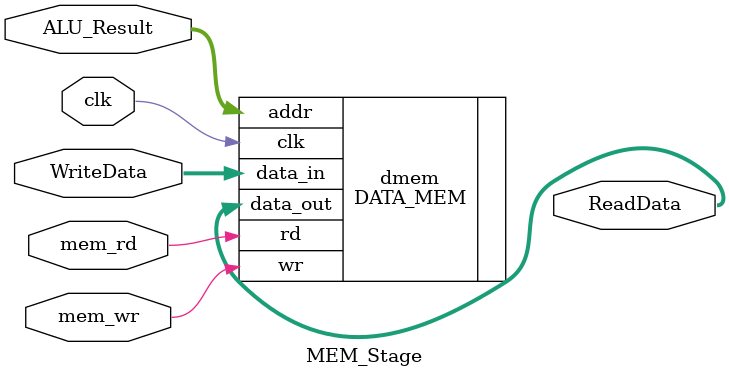
<source format=v>
`timescale 1ns / 1ps

module MEM_Stage(
    input clk,
    input mem_wr,
    input mem_rd,
    input [31:0] ALU_Result, // Address
    input [31:0] WriteData,  // Data input
    output [31:0] ReadData
);

    DATA_MEM dmem (
        .rd(mem_rd),
        .wr(mem_wr),
        .addr(ALU_Result),   // Address (z in your code)
        .data_in(WriteData), // Data in (B_MEM in your code)
        .data_out(ReadData),   // Data out
        .clk(clk)
    );

endmodule
</source>
